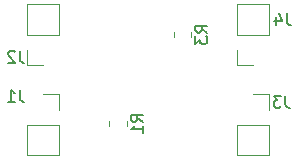
<source format=gbr>
%TF.GenerationSoftware,KiCad,Pcbnew,6.0.7-f9a2dced07~116~ubuntu20.04.1*%
%TF.CreationDate,2022-10-31T14:46:48+01:00*%
%TF.ProjectId,sgp41_board,73677034-315f-4626-9f61-72642e6b6963,rev?*%
%TF.SameCoordinates,Original*%
%TF.FileFunction,Legend,Bot*%
%TF.FilePolarity,Positive*%
%FSLAX46Y46*%
G04 Gerber Fmt 4.6, Leading zero omitted, Abs format (unit mm)*
G04 Created by KiCad (PCBNEW 6.0.7-f9a2dced07~116~ubuntu20.04.1) date 2022-10-31 14:46:48*
%MOMM*%
%LPD*%
G01*
G04 APERTURE LIST*
%ADD10C,0.150000*%
%ADD11C,0.120000*%
G04 APERTURE END LIST*
D10*
%TO.C,J3*%
X122126333Y-39457380D02*
X122126333Y-40171666D01*
X122173952Y-40314523D01*
X122269190Y-40409761D01*
X122412047Y-40457380D01*
X122507285Y-40457380D01*
X121745380Y-39457380D02*
X121126333Y-39457380D01*
X121459666Y-39838333D01*
X121316809Y-39838333D01*
X121221571Y-39885952D01*
X121173952Y-39933571D01*
X121126333Y-40028809D01*
X121126333Y-40266904D01*
X121173952Y-40362142D01*
X121221571Y-40409761D01*
X121316809Y-40457380D01*
X121602523Y-40457380D01*
X121697761Y-40409761D01*
X121745380Y-40362142D01*
%TO.C,J4*%
X122253333Y-32472380D02*
X122253333Y-33186666D01*
X122300952Y-33329523D01*
X122396190Y-33424761D01*
X122539047Y-33472380D01*
X122634285Y-33472380D01*
X121348571Y-32805714D02*
X121348571Y-33472380D01*
X121586666Y-32424761D02*
X121824761Y-33139047D01*
X121205714Y-33139047D01*
%TO.C,R3*%
X115513380Y-34099833D02*
X115037190Y-33766500D01*
X115513380Y-33528404D02*
X114513380Y-33528404D01*
X114513380Y-33909357D01*
X114561000Y-34004595D01*
X114608619Y-34052214D01*
X114703857Y-34099833D01*
X114846714Y-34099833D01*
X114941952Y-34052214D01*
X114989571Y-34004595D01*
X115037190Y-33909357D01*
X115037190Y-33528404D01*
X114513380Y-34433166D02*
X114513380Y-35052214D01*
X114894333Y-34718880D01*
X114894333Y-34861738D01*
X114941952Y-34956976D01*
X114989571Y-35004595D01*
X115084809Y-35052214D01*
X115322904Y-35052214D01*
X115418142Y-35004595D01*
X115465761Y-34956976D01*
X115513380Y-34861738D01*
X115513380Y-34576023D01*
X115465761Y-34480785D01*
X115418142Y-34433166D01*
%TO.C,J1*%
X99647333Y-38949380D02*
X99647333Y-39663666D01*
X99694952Y-39806523D01*
X99790190Y-39901761D01*
X99933047Y-39949380D01*
X100028285Y-39949380D01*
X98647333Y-39949380D02*
X99218761Y-39949380D01*
X98933047Y-39949380D02*
X98933047Y-38949380D01*
X99028285Y-39092238D01*
X99123523Y-39187476D01*
X99218761Y-39235095D01*
%TO.C,J2*%
X99647333Y-35647380D02*
X99647333Y-36361666D01*
X99694952Y-36504523D01*
X99790190Y-36599761D01*
X99933047Y-36647380D01*
X100028285Y-36647380D01*
X99218761Y-35742619D02*
X99171142Y-35695000D01*
X99075904Y-35647380D01*
X98837809Y-35647380D01*
X98742571Y-35695000D01*
X98694952Y-35742619D01*
X98647333Y-35837857D01*
X98647333Y-35933095D01*
X98694952Y-36075952D01*
X99266380Y-36647380D01*
X98647333Y-36647380D01*
%TO.C,R1*%
X110052380Y-41639833D02*
X109576190Y-41306500D01*
X110052380Y-41068404D02*
X109052380Y-41068404D01*
X109052380Y-41449357D01*
X109100000Y-41544595D01*
X109147619Y-41592214D01*
X109242857Y-41639833D01*
X109385714Y-41639833D01*
X109480952Y-41592214D01*
X109528571Y-41544595D01*
X109576190Y-41449357D01*
X109576190Y-41068404D01*
X110052380Y-42592214D02*
X110052380Y-42020785D01*
X110052380Y-42306500D02*
X109052380Y-42306500D01*
X109195238Y-42211261D01*
X109290476Y-42116023D01*
X109338095Y-42020785D01*
D11*
%TO.C,J3*%
X120710000Y-41910000D02*
X118050000Y-41910000D01*
X120710000Y-39310000D02*
X119380000Y-39310000D01*
X120710000Y-44510000D02*
X118050000Y-44510000D01*
X118050000Y-41910000D02*
X118050000Y-44510000D01*
X120710000Y-40640000D02*
X120710000Y-39310000D01*
X120710000Y-41910000D02*
X120710000Y-44510000D01*
%TO.C,J4*%
X118050000Y-31690000D02*
X120710000Y-31690000D01*
X120710000Y-34290000D02*
X120710000Y-31690000D01*
X118050000Y-34290000D02*
X120710000Y-34290000D01*
X118050000Y-35560000D02*
X118050000Y-36890000D01*
X118050000Y-36890000D02*
X119380000Y-36890000D01*
X118050000Y-34290000D02*
X118050000Y-31690000D01*
%TO.C,R3*%
X112676000Y-34493564D02*
X112676000Y-34039436D01*
X114146000Y-34493564D02*
X114146000Y-34039436D01*
%TO.C,J1*%
X100270000Y-41910000D02*
X100270000Y-44510000D01*
X102930000Y-41910000D02*
X102930000Y-44510000D01*
X102930000Y-44510000D02*
X100270000Y-44510000D01*
X102930000Y-41910000D02*
X100270000Y-41910000D01*
X102930000Y-39310000D02*
X101600000Y-39310000D01*
X102930000Y-40640000D02*
X102930000Y-39310000D01*
%TO.C,J2*%
X100270000Y-34290000D02*
X100270000Y-31690000D01*
X100270000Y-34290000D02*
X102930000Y-34290000D01*
X102930000Y-34290000D02*
X102930000Y-31690000D01*
X100270000Y-36890000D02*
X101600000Y-36890000D01*
X100270000Y-35560000D02*
X100270000Y-36890000D01*
X100270000Y-31690000D02*
X102930000Y-31690000D01*
%TO.C,R1*%
X107215000Y-42033564D02*
X107215000Y-41579436D01*
X108685000Y-42033564D02*
X108685000Y-41579436D01*
%TD*%
M02*

</source>
